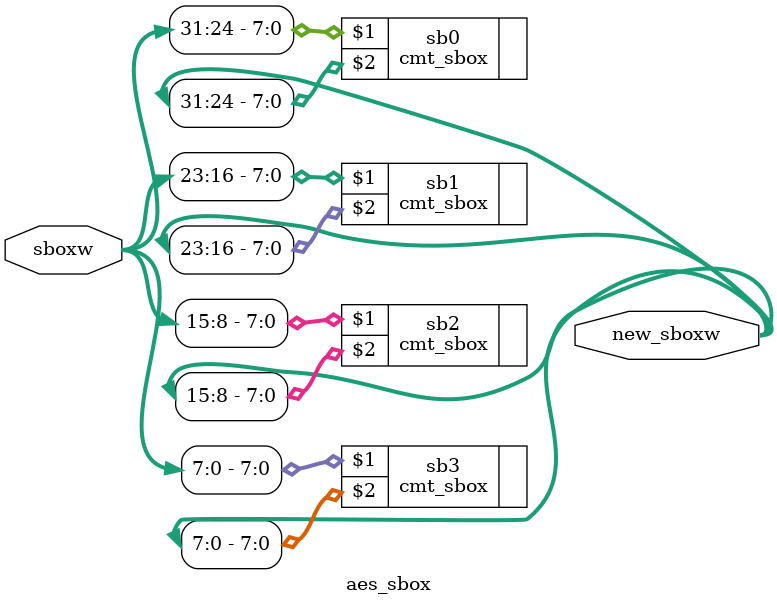
<source format=v>

module aes_sbox(
                input wire [31 : 0]  sboxw,
                output wire [31 : 0] new_sboxw
               );

  //----------------------------------------------------------------
  // Four parallel sboxes.
  //----------------------------------------------------------------
  cmt_sbox sb0(sboxw[31 : 24], new_sboxw[31 : 24]);
  cmt_sbox sb1(sboxw[23 : 16], new_sboxw[23 : 16]);
  cmt_sbox sb2(sboxw[15 : 08], new_sboxw[15 : 08]);
  cmt_sbox sb3(sboxw[07 : 00], new_sboxw[07 : 00]);

endmodule // aes_sbox

//======================================================================
// EOF aes_sbox.v
//======================================================================

</source>
